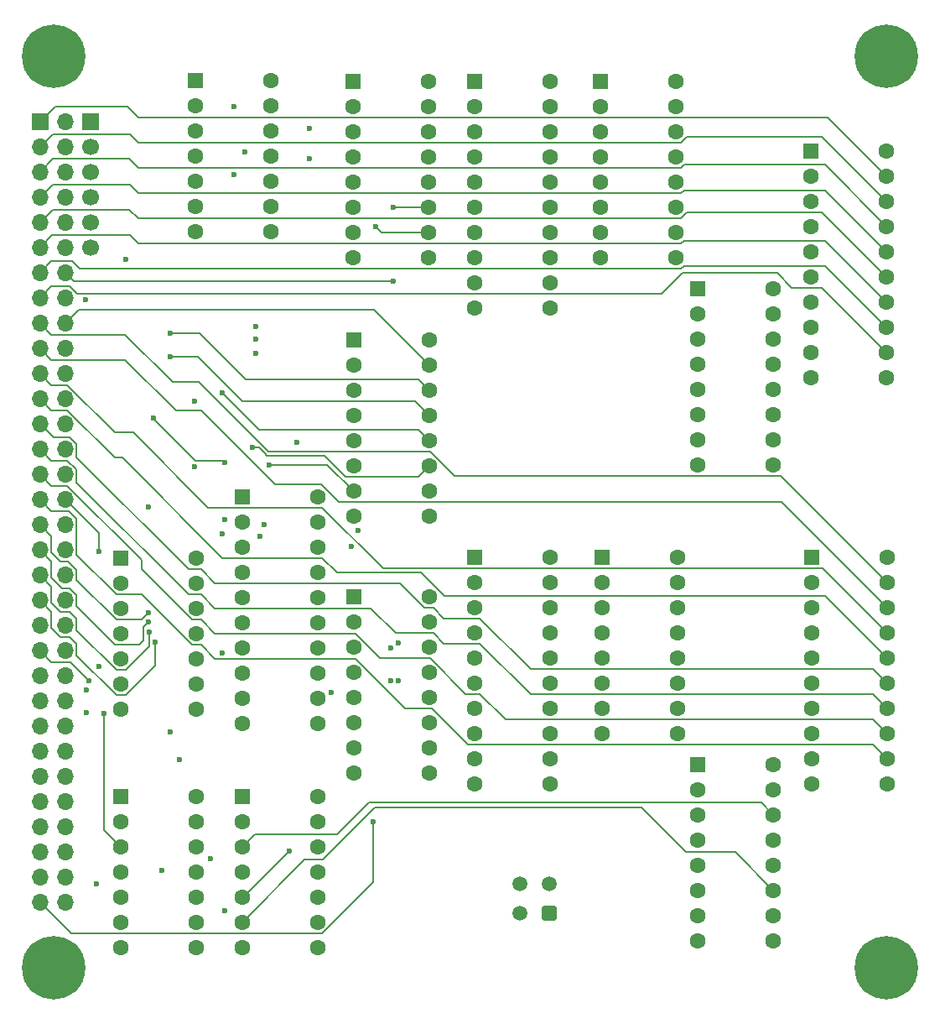
<source format=gbr>
%TF.GenerationSoftware,KiCad,Pcbnew,9.0.4*%
%TF.CreationDate,2025-09-21T21:53:55-04:00*%
%TF.ProjectId,tta8_cu_async,74746138-5f63-4755-9f61-73796e632e6b,0*%
%TF.SameCoordinates,Original*%
%TF.FileFunction,Copper,L3,Inr*%
%TF.FilePolarity,Positive*%
%FSLAX46Y46*%
G04 Gerber Fmt 4.6, Leading zero omitted, Abs format (unit mm)*
G04 Created by KiCad (PCBNEW 9.0.4) date 2025-09-21 21:53:55*
%MOMM*%
%LPD*%
G01*
G04 APERTURE LIST*
G04 Aperture macros list*
%AMRoundRect*
0 Rectangle with rounded corners*
0 $1 Rounding radius*
0 $2 $3 $4 $5 $6 $7 $8 $9 X,Y pos of 4 corners*
0 Add a 4 corners polygon primitive as box body*
4,1,4,$2,$3,$4,$5,$6,$7,$8,$9,$2,$3,0*
0 Add four circle primitives for the rounded corners*
1,1,$1+$1,$2,$3*
1,1,$1+$1,$4,$5*
1,1,$1+$1,$6,$7*
1,1,$1+$1,$8,$9*
0 Add four rect primitives between the rounded corners*
20,1,$1+$1,$2,$3,$4,$5,0*
20,1,$1+$1,$4,$5,$6,$7,0*
20,1,$1+$1,$6,$7,$8,$9,0*
20,1,$1+$1,$8,$9,$2,$3,0*%
G04 Aperture macros list end*
%TA.AperFunction,ComponentPad*%
%ADD10R,1.700000X1.700000*%
%TD*%
%TA.AperFunction,ComponentPad*%
%ADD11C,1.700000*%
%TD*%
%TA.AperFunction,ComponentPad*%
%ADD12RoundRect,0.250000X-0.550000X-0.550000X0.550000X-0.550000X0.550000X0.550000X-0.550000X0.550000X0*%
%TD*%
%TA.AperFunction,ComponentPad*%
%ADD13C,1.600000*%
%TD*%
%TA.AperFunction,ComponentPad*%
%ADD14C,6.400000*%
%TD*%
%TA.AperFunction,ComponentPad*%
%ADD15O,1.700000X1.700000*%
%TD*%
%TA.AperFunction,ComponentPad*%
%ADD16RoundRect,0.250001X0.499999X0.499999X-0.499999X0.499999X-0.499999X-0.499999X0.499999X-0.499999X0*%
%TD*%
%TA.AperFunction,ComponentPad*%
%ADD17C,1.500000*%
%TD*%
%TA.AperFunction,ViaPad*%
%ADD18C,0.600000*%
%TD*%
%TA.AperFunction,Conductor*%
%ADD19C,0.200000*%
%TD*%
G04 APERTURE END LIST*
D10*
%TO.N,srce0*%
%TO.C,J2*%
X62650000Y-57645000D03*
D11*
%TO.N,srce1*%
X62650000Y-60185000D03*
%TO.N,srce2*%
X62650000Y-62725000D03*
%TO.N,dste0*%
X62650000Y-65265000D03*
%TO.N,dste1*%
X62650000Y-67805000D03*
%TO.N,dste2*%
X62650000Y-70345000D03*
%TD*%
D12*
%TO.N,Net-(U4-Q6)*%
%TO.C,U5*%
X89250000Y-105600000D03*
D13*
%TO.N,Net-(U4-Q7)*%
X89250000Y-108140000D03*
%TO.N,GND*%
X89250000Y-110680000D03*
X89250000Y-113220000D03*
X89250000Y-115760000D03*
%TO.N,+5V*%
X89250000Y-118300000D03*
%TO.N,unconnected-(U5-Y7-Pad7)*%
X89250000Y-120840000D03*
%TO.N,GND*%
X89250000Y-123380000D03*
%TO.N,unconnected-(U5-Y6-Pad9)*%
X96870000Y-123380000D03*
%TO.N,unconnected-(U5-Y5-Pad10)*%
X96870000Y-120840000D03*
%TO.N,unconnected-(U5-Y4-Pad11)*%
X96870000Y-118300000D03*
%TO.N,MVI*%
X96870000Y-115760000D03*
%TO.N,mvz*%
X96870000Y-113220000D03*
%TO.N,mvc*%
X96870000Y-110680000D03*
%TO.N,mv*%
X96870000Y-108140000D03*
%TO.N,+5V*%
X96870000Y-105600000D03*
%TD*%
D14*
%TO.N,unconnected-(H3-Pad1)*%
%TO.C,H3*%
X59000000Y-143000000D03*
%TD*%
%TO.N,unconnected-(H2-Pad1)*%
%TO.C,H2*%
X143000000Y-51000000D03*
%TD*%
D12*
%TO.N,Net-(U13-OE)*%
%TO.C,U13*%
X135380000Y-60570000D03*
D13*
%TO.N,a0*%
X135380000Y-63110000D03*
%TO.N,a1*%
X135380000Y-65650000D03*
%TO.N,a2*%
X135380000Y-68190000D03*
%TO.N,a3*%
X135380000Y-70730000D03*
%TO.N,a4*%
X135380000Y-73270000D03*
%TO.N,a5*%
X135380000Y-75810000D03*
%TO.N,a6*%
X135380000Y-78350000D03*
%TO.N,a7*%
X135380000Y-80890000D03*
%TO.N,GND*%
X135380000Y-83430000D03*
%TO.N,+5V*%
X143000000Y-83430000D03*
%TO.N,A7*%
X143000000Y-80890000D03*
%TO.N,A6*%
X143000000Y-78350000D03*
%TO.N,A5*%
X143000000Y-75810000D03*
%TO.N,A4*%
X143000000Y-73270000D03*
%TO.N,A3*%
X143000000Y-70730000D03*
%TO.N,A2*%
X143000000Y-68190000D03*
%TO.N,A1*%
X143000000Y-65650000D03*
%TO.N,A0*%
X143000000Y-63110000D03*
%TO.N,+5V*%
X143000000Y-60570000D03*
%TD*%
D10*
%TO.N,A0*%
%TO.C,J1*%
X57570000Y-57645000D03*
D15*
%TO.N,src0*%
X60110000Y-57645000D03*
%TO.N,A1*%
X57570000Y-60185000D03*
%TO.N,SRC1*%
X60110000Y-60185000D03*
%TO.N,A2*%
X57570000Y-62725000D03*
%TO.N,SRC2*%
X60110000Y-62725000D03*
%TO.N,A3*%
X57570000Y-65265000D03*
%TO.N,SRC3*%
X60110000Y-65265000D03*
%TO.N,A4*%
X57570000Y-67805000D03*
%TO.N,SRC4*%
X60110000Y-67805000D03*
%TO.N,A5*%
X57570000Y-70345000D03*
%TO.N,SRC5*%
X60110000Y-70345000D03*
%TO.N,A6*%
X57570000Y-72885000D03*
%TO.N,SRC6*%
X60110000Y-72885000D03*
%TO.N,A7*%
X57570000Y-75425000D03*
%TO.N,SRC7*%
X60110000Y-75425000D03*
%TO.N,A8*%
X57570000Y-77965000D03*
%TO.N,dst0*%
X60110000Y-77965000D03*
%TO.N,A9*%
X57570000Y-80505000D03*
%TO.N,DST1*%
X60110000Y-80505000D03*
%TO.N,A10*%
X57570000Y-83045000D03*
%TO.N,DST2*%
X60110000Y-83045000D03*
%TO.N,A11*%
X57570000Y-85585000D03*
%TO.N,DST3*%
X60110000Y-85585000D03*
%TO.N,A12*%
X57570000Y-88125000D03*
%TO.N,DST4*%
X60110000Y-88125000D03*
%TO.N,A13*%
X57570000Y-90665000D03*
%TO.N,DST5*%
X60110000Y-90665000D03*
%TO.N,A14*%
X57570000Y-93205000D03*
%TO.N,DST6*%
X60110000Y-93205000D03*
%TO.N,A15*%
X57570000Y-95745000D03*
%TO.N,DST7*%
X60110000Y-95745000D03*
%TO.N,D0*%
X57570000Y-98285000D03*
%TO.N,T0*%
X60110000Y-98285000D03*
%TO.N,D1*%
X57570000Y-100825000D03*
%TO.N,T1*%
X60110000Y-100825000D03*
%TO.N,D2*%
X57570000Y-103365000D03*
%TO.N,T2*%
X60110000Y-103365000D03*
%TO.N,D3*%
X57570000Y-105905000D03*
%TO.N,T3*%
X60110000Y-105905000D03*
%TO.N,D4*%
X57570000Y-108445000D03*
%TO.N,T4*%
X60110000Y-108445000D03*
%TO.N,D5*%
X57570000Y-110985000D03*
%TO.N,T5*%
X60110000Y-110985000D03*
%TO.N,D6*%
X57570000Y-113525000D03*
%TO.N,T6*%
X60110000Y-113525000D03*
%TO.N,D7*%
X57570000Y-116065000D03*
%TO.N,T7*%
X60110000Y-116065000D03*
%TO.N,LDI*%
X57570000Y-118605000D03*
%TO.N,T8*%
X60110000Y-118605000D03*
%TO.N,EXC*%
X57570000Y-121145000D03*
%TO.N,T9*%
X60110000Y-121145000D03*
%TO.N,CLK*%
X57570000Y-123685000D03*
%TO.N,T10*%
X60110000Y-123685000D03*
%TO.N,{slash}R*%
X57570000Y-126225000D03*
%TO.N,T11*%
X60110000Y-126225000D03*
%TO.N,CARRY*%
X57570000Y-128765000D03*
%TO.N,T12*%
X60110000Y-128765000D03*
%TO.N,ZERO*%
X57570000Y-131305000D03*
%TO.N,T13*%
X60110000Y-131305000D03*
%TO.N,MOV*%
X57570000Y-133845000D03*
%TO.N,T14*%
X60110000Y-133845000D03*
%TO.N,MVI*%
X57570000Y-136385000D03*
%TO.N,T15*%
X60110000Y-136385000D03*
%TD*%
D12*
%TO.N,T1*%
%TO.C,U8*%
X114195000Y-53610000D03*
D13*
%TO.N,a1*%
X114195000Y-56150000D03*
%TO.N,a0*%
X114195000Y-58690000D03*
%TO.N,+5V*%
X114195000Y-61230000D03*
%TO.N,EXC*%
X114195000Y-63770000D03*
%TO.N,a2*%
X114195000Y-66310000D03*
%TO.N,a3*%
X114195000Y-68850000D03*
%TO.N,GND*%
X114195000Y-71390000D03*
%TO.N,T3*%
X121815000Y-71390000D03*
%TO.N,T2*%
X121815000Y-68850000D03*
%TO.N,Net-(U10-~{LOAD})*%
X121815000Y-66310000D03*
%TO.N,Net-(U8-~{CO})*%
X121815000Y-63770000D03*
%TO.N,Net-(U8-~{BO})*%
X121815000Y-61230000D03*
%TO.N,R*%
X121815000Y-58690000D03*
%TO.N,T0*%
X121815000Y-56150000D03*
%TO.N,+5V*%
X121815000Y-53610000D03*
%TD*%
D12*
%TO.N,T5*%
%TO.C,U9*%
X123995000Y-74510000D03*
D13*
%TO.N,a5*%
X123995000Y-77050000D03*
%TO.N,a4*%
X123995000Y-79590000D03*
%TO.N,Net-(U8-~{BO})*%
X123995000Y-82130000D03*
%TO.N,Net-(U8-~{CO})*%
X123995000Y-84670000D03*
%TO.N,a6*%
X123995000Y-87210000D03*
%TO.N,a7*%
X123995000Y-89750000D03*
%TO.N,GND*%
X123995000Y-92290000D03*
%TO.N,T7*%
X131615000Y-92290000D03*
%TO.N,T6*%
X131615000Y-89750000D03*
%TO.N,Net-(U10-~{LOAD})*%
X131615000Y-87210000D03*
%TO.N,Net-(U10-UP)*%
X131615000Y-84670000D03*
%TO.N,Net-(U10-DOWN)*%
X131615000Y-82130000D03*
%TO.N,R*%
X131615000Y-79590000D03*
%TO.N,T4*%
X131615000Y-77050000D03*
%TO.N,+5V*%
X131615000Y-74510000D03*
%TD*%
D12*
%TO.N,GND*%
%TO.C,U4*%
X78000000Y-95470000D03*
D13*
%TO.N,D0*%
X78000000Y-98010000D03*
%TO.N,D1*%
X78000000Y-100550000D03*
%TO.N,D2*%
X78000000Y-103090000D03*
%TO.N,D3*%
X78000000Y-105630000D03*
%TO.N,D4*%
X78000000Y-108170000D03*
%TO.N,D5*%
X78000000Y-110710000D03*
%TO.N,D6*%
X78000000Y-113250000D03*
%TO.N,D7*%
X78000000Y-115790000D03*
%TO.N,GND*%
X78000000Y-118330000D03*
%TO.N,LDI*%
X85620000Y-118330000D03*
%TO.N,Net-(U4-Q7)*%
X85620000Y-115790000D03*
%TO.N,Net-(U4-Q6)*%
X85620000Y-113250000D03*
%TO.N,dste2*%
X85620000Y-110710000D03*
%TO.N,dste1*%
X85620000Y-108170000D03*
%TO.N,dste0*%
X85620000Y-105630000D03*
%TO.N,srce2*%
X85620000Y-103090000D03*
%TO.N,srce1*%
X85620000Y-100550000D03*
%TO.N,srce0*%
X85620000Y-98010000D03*
%TO.N,+5V*%
X85620000Y-95470000D03*
%TD*%
D14*
%TO.N,unconnected-(H1-Pad1)*%
%TO.C,H1*%
X59000000Y-51000000D03*
%TD*%
D12*
%TO.N,CARRY*%
%TO.C,U3*%
X65750000Y-125710000D03*
D13*
%TO.N,mvc*%
X65750000Y-128250000D03*
%TO.N,Net-(U2-Pad4)*%
X65750000Y-130790000D03*
%TO.N,ZERO*%
X65750000Y-133330000D03*
%TO.N,mvz*%
X65750000Y-135870000D03*
%TO.N,Net-(U2-Pad5)*%
X65750000Y-138410000D03*
%TO.N,GND*%
X65750000Y-140950000D03*
%TO.N,MOV*%
X73370000Y-140950000D03*
%TO.N,Net-(U2-Pad8)*%
X73370000Y-138410000D03*
%TO.N,EXC*%
X73370000Y-135870000D03*
%TO.N,unconnected-(U3-Pad11)*%
X73370000Y-133330000D03*
%TO.N,unconnected-(U3-Pad12)*%
X73370000Y-130790000D03*
%TO.N,unconnected-(U3-Pad13)*%
X73370000Y-128250000D03*
%TO.N,+5V*%
X73370000Y-125710000D03*
%TD*%
D12*
%TO.N,{slash}R*%
%TO.C,U1*%
X73295000Y-53480000D03*
D13*
%TO.N,LDI*%
X73295000Y-56020000D03*
%TO.N,CLK*%
X73295000Y-58560000D03*
%TO.N,+5V*%
X73295000Y-61100000D03*
%TO.N,EXC*%
X73295000Y-63640000D03*
%TO.N,LDI*%
X73295000Y-66180000D03*
%TO.N,GND*%
X73295000Y-68720000D03*
%TO.N,unconnected-(U1B-~{Q}-Pad8)*%
X80915000Y-68720000D03*
%TO.N,unconnected-(U1B-Q-Pad9)*%
X80915000Y-66180000D03*
%TO.N,unconnected-(U1B-~{S}-Pad10)*%
X80915000Y-63640000D03*
%TO.N,unconnected-(U1B-C-Pad11)*%
X80915000Y-61100000D03*
%TO.N,unconnected-(U1B-D-Pad12)*%
X80915000Y-58560000D03*
%TO.N,unconnected-(U1B-~{R}-Pad13)*%
X80915000Y-56020000D03*
%TO.N,+5V*%
X80915000Y-53480000D03*
%TD*%
D12*
%TO.N,srce0*%
%TO.C,U7*%
X89195000Y-53560000D03*
D13*
%TO.N,srce1*%
X89195000Y-56100000D03*
%TO.N,srce2*%
X89195000Y-58640000D03*
%TO.N,GND*%
X89195000Y-61180000D03*
X89195000Y-63720000D03*
%TO.N,+5V*%
X89195000Y-66260000D03*
%TO.N,SRC7*%
X89195000Y-68800000D03*
%TO.N,GND*%
X89195000Y-71340000D03*
%TO.N,SRC6*%
X96815000Y-71340000D03*
%TO.N,SRC5*%
X96815000Y-68800000D03*
%TO.N,SRC4*%
X96815000Y-66260000D03*
%TO.N,SRC3*%
X96815000Y-63720000D03*
%TO.N,SRC2*%
X96815000Y-61180000D03*
%TO.N,SRC1*%
X96815000Y-58640000D03*
%TO.N,src0*%
X96815000Y-56100000D03*
%TO.N,+5V*%
X96815000Y-53560000D03*
%TD*%
D12*
%TO.N,T9*%
%TO.C,U10*%
X114300000Y-101600000D03*
D13*
%TO.N,a9*%
X114300000Y-104140000D03*
%TO.N,a8*%
X114300000Y-106680000D03*
%TO.N,Net-(U10-DOWN)*%
X114300000Y-109220000D03*
%TO.N,Net-(U10-UP)*%
X114300000Y-111760000D03*
%TO.N,a10*%
X114300000Y-114300000D03*
%TO.N,a11*%
X114300000Y-116840000D03*
%TO.N,GND*%
X114300000Y-119380000D03*
%TO.N,T11*%
X121920000Y-119380000D03*
%TO.N,T10*%
X121920000Y-116840000D03*
%TO.N,Net-(U10-~{LOAD})*%
X121920000Y-114300000D03*
%TO.N,Net-(U10-~{CO})*%
X121920000Y-111760000D03*
%TO.N,Net-(U10-~{BO})*%
X121920000Y-109220000D03*
%TO.N,R*%
X121920000Y-106680000D03*
%TO.N,T8*%
X121920000Y-104140000D03*
%TO.N,+5V*%
X121920000Y-101600000D03*
%TD*%
D12*
%TO.N,T13*%
%TO.C,U11*%
X124000000Y-122460000D03*
D13*
%TO.N,a13*%
X124000000Y-125000000D03*
%TO.N,a12*%
X124000000Y-127540000D03*
%TO.N,Net-(U10-~{BO})*%
X124000000Y-130080000D03*
%TO.N,Net-(U10-~{CO})*%
X124000000Y-132620000D03*
%TO.N,a14*%
X124000000Y-135160000D03*
%TO.N,a15*%
X124000000Y-137700000D03*
%TO.N,GND*%
X124000000Y-140240000D03*
%TO.N,T15*%
X131620000Y-140240000D03*
%TO.N,T14*%
X131620000Y-137700000D03*
%TO.N,Net-(U10-~{LOAD})*%
X131620000Y-135160000D03*
%TO.N,unconnected-(U11-~{CO}-Pad12)*%
X131620000Y-132620000D03*
%TO.N,unconnected-(U11-~{BO}-Pad13)*%
X131620000Y-130080000D03*
%TO.N,R*%
X131620000Y-127540000D03*
%TO.N,T12*%
X131620000Y-125000000D03*
%TO.N,+5V*%
X131620000Y-122460000D03*
%TD*%
D12*
%TO.N,unconnected-(U2-Pad1)*%
%TO.C,U2*%
X65750000Y-101700000D03*
D13*
%TO.N,unconnected-(U2-Pad2)*%
X65750000Y-104240000D03*
%TO.N,unconnected-(U2-Pad3)*%
X65750000Y-106780000D03*
%TO.N,Net-(U2-Pad4)*%
X65750000Y-109320000D03*
%TO.N,Net-(U2-Pad5)*%
X65750000Y-111860000D03*
%TO.N,Net-(U2-Pad6)*%
X65750000Y-114400000D03*
%TO.N,GND*%
X65750000Y-116940000D03*
%TO.N,Net-(U2-Pad8)*%
X73370000Y-116940000D03*
%TO.N,Net-(U2-Pad6)*%
X73370000Y-114400000D03*
%TO.N,mv*%
X73370000Y-111860000D03*
%TO.N,unconnected-(U2-Pad11)*%
X73370000Y-109320000D03*
%TO.N,unconnected-(U2-Pad12)*%
X73370000Y-106780000D03*
%TO.N,unconnected-(U2-Pad13)*%
X73370000Y-104240000D03*
%TO.N,+5V*%
X73370000Y-101700000D03*
%TD*%
D12*
%TO.N,dste0*%
%TO.C,U6*%
X89250000Y-79660000D03*
D13*
%TO.N,dste1*%
X89250000Y-82200000D03*
%TO.N,dste2*%
X89250000Y-84740000D03*
%TO.N,GND*%
X89250000Y-87280000D03*
X89250000Y-89820000D03*
%TO.N,+5V*%
X89250000Y-92360000D03*
%TO.N,DST7*%
X89250000Y-94900000D03*
%TO.N,GND*%
X89250000Y-97440000D03*
%TO.N,DST6*%
X96870000Y-97440000D03*
%TO.N,DST5*%
X96870000Y-94900000D03*
%TO.N,DST4*%
X96870000Y-92360000D03*
%TO.N,DST3*%
X96870000Y-89820000D03*
%TO.N,DST2*%
X96870000Y-87280000D03*
%TO.N,DST1*%
X96870000Y-84740000D03*
%TO.N,dst0*%
X96870000Y-82200000D03*
%TO.N,+5V*%
X96870000Y-79660000D03*
%TD*%
D16*
%TO.N,+5V*%
%TO.C,J3*%
X109000000Y-137500000D03*
D17*
%TO.N,GND*%
X106000000Y-137500000D03*
%TO.N,+5V*%
X109000000Y-134500000D03*
%TO.N,GND*%
X106000000Y-134500000D03*
%TD*%
D14*
%TO.N,unconnected-(H4-Pad1)*%
%TO.C,H4*%
X143000000Y-143000000D03*
%TD*%
D12*
%TO.N,Net-(U15-OE)*%
%TO.C,U15*%
X101500000Y-53560000D03*
D13*
%TO.N,GND*%
X101500000Y-56100000D03*
X101500000Y-58640000D03*
X101500000Y-61180000D03*
X101500000Y-63720000D03*
X101500000Y-66260000D03*
X101500000Y-68800000D03*
X101500000Y-71340000D03*
X101500000Y-73880000D03*
X101500000Y-76420000D03*
%TO.N,+5V*%
X109120000Y-76420000D03*
%TO.N,T7*%
X109120000Y-73880000D03*
%TO.N,T6*%
X109120000Y-71340000D03*
%TO.N,T5*%
X109120000Y-68800000D03*
%TO.N,T4*%
X109120000Y-66260000D03*
%TO.N,T3*%
X109120000Y-63720000D03*
%TO.N,T2*%
X109120000Y-61180000D03*
%TO.N,T1*%
X109120000Y-58640000D03*
%TO.N,T0*%
X109120000Y-56100000D03*
%TO.N,+5V*%
X109120000Y-53560000D03*
%TD*%
D12*
%TO.N,Net-(U13-OE)*%
%TO.C,U14*%
X135500000Y-101620000D03*
D13*
%TO.N,a8*%
X135500000Y-104160000D03*
%TO.N,a9*%
X135500000Y-106700000D03*
%TO.N,a10*%
X135500000Y-109240000D03*
%TO.N,a11*%
X135500000Y-111780000D03*
%TO.N,a12*%
X135500000Y-114320000D03*
%TO.N,a13*%
X135500000Y-116860000D03*
%TO.N,a14*%
X135500000Y-119400000D03*
%TO.N,a15*%
X135500000Y-121940000D03*
%TO.N,GND*%
X135500000Y-124480000D03*
%TO.N,+5V*%
X143120000Y-124480000D03*
%TO.N,A15*%
X143120000Y-121940000D03*
%TO.N,A14*%
X143120000Y-119400000D03*
%TO.N,A13*%
X143120000Y-116860000D03*
%TO.N,A12*%
X143120000Y-114320000D03*
%TO.N,A11*%
X143120000Y-111780000D03*
%TO.N,A10*%
X143120000Y-109240000D03*
%TO.N,A9*%
X143120000Y-106700000D03*
%TO.N,A8*%
X143120000Y-104160000D03*
%TO.N,+5V*%
X143120000Y-101620000D03*
%TD*%
D12*
%TO.N,{slash}R*%
%TO.C,U12*%
X78000000Y-125710000D03*
D13*
X78000000Y-128250000D03*
%TO.N,R*%
X78000000Y-130790000D03*
%TO.N,MOV*%
X78000000Y-133330000D03*
%TO.N,dst0*%
X78000000Y-135870000D03*
%TO.N,Net-(U10-~{LOAD})*%
X78000000Y-138410000D03*
%TO.N,GND*%
X78000000Y-140950000D03*
%TO.N,Net-(U13-OE)*%
X85620000Y-140950000D03*
%TO.N,LDI*%
X85620000Y-138410000D03*
X85620000Y-135870000D03*
%TO.N,Net-(U15-OE)*%
X85620000Y-133330000D03*
%TO.N,MOV*%
X85620000Y-130790000D03*
%TO.N,src0*%
X85620000Y-128250000D03*
%TO.N,+5V*%
X85620000Y-125710000D03*
%TD*%
D12*
%TO.N,Net-(U15-OE)*%
%TO.C,U16*%
X101500000Y-101560000D03*
D13*
%TO.N,GND*%
X101500000Y-104100000D03*
X101500000Y-106640000D03*
X101500000Y-109180000D03*
X101500000Y-111720000D03*
X101500000Y-114260000D03*
X101500000Y-116800000D03*
X101500000Y-119340000D03*
X101500000Y-121880000D03*
X101500000Y-124420000D03*
%TO.N,+5V*%
X109120000Y-124420000D03*
%TO.N,T15*%
X109120000Y-121880000D03*
%TO.N,T14*%
X109120000Y-119340000D03*
%TO.N,T13*%
X109120000Y-116800000D03*
%TO.N,T12*%
X109120000Y-114260000D03*
%TO.N,T11*%
X109120000Y-111720000D03*
%TO.N,T10*%
X109120000Y-109180000D03*
%TO.N,T9*%
X109120000Y-106640000D03*
%TO.N,T8*%
X109120000Y-104100000D03*
%TO.N,+5V*%
X109120000Y-101560000D03*
%TD*%
D18*
%TO.N,+5V*%
X78300000Y-60700000D03*
%TO.N,LDI*%
X70700000Y-119205000D03*
%TO.N,EXC*%
X69900000Y-133200000D03*
X77200000Y-56100000D03*
X77200000Y-63000000D03*
X63250000Y-134500000D03*
%TO.N,SRC5*%
X91500000Y-68250000D03*
%TO.N,D6*%
X62250000Y-115000000D03*
%TO.N,D1*%
X68500000Y-108100000D03*
%TO.N,DST6*%
X76000000Y-99250000D03*
X89000000Y-100500000D03*
X79750000Y-99500000D03*
%TO.N,src0*%
X93000000Y-110750000D03*
X93000000Y-114059000D03*
%TO.N,DST1*%
X70750000Y-79000000D03*
%TO.N,DST2*%
X70700000Y-81341000D03*
%TO.N,D7*%
X62250000Y-117250000D03*
%TO.N,D2*%
X68600000Y-109100000D03*
%TO.N,MVI*%
X91250000Y-128250000D03*
%TO.N,{slash}R*%
X73200000Y-92439000D03*
X71669000Y-122000000D03*
X73200000Y-85800000D03*
%TO.N,DST4*%
X79000000Y-90500000D03*
X69000000Y-87500000D03*
X76250000Y-92000000D03*
%TO.N,D4*%
X63555645Y-112555645D03*
%TO.N,DST3*%
X76000000Y-85000000D03*
%TO.N,dst0*%
X93797538Y-113996260D03*
X93750000Y-110250000D03*
X82750000Y-131250000D03*
%TO.N,D5*%
X62500000Y-114000000D03*
%TO.N,D3*%
X69214579Y-110159000D03*
%TO.N,D0*%
X68500000Y-107200000D03*
%TO.N,CLK*%
X62200000Y-75600000D03*
X66250000Y-71550000D03*
%TO.N,SRC6*%
X93250000Y-73750000D03*
%TO.N,DST7*%
X68500000Y-96500000D03*
X80750000Y-92250000D03*
X63500000Y-101000000D03*
%TO.N,DST5*%
X89689300Y-98889300D03*
X80250000Y-98250000D03*
X76250000Y-97750000D03*
%TO.N,SRC4*%
X93250000Y-66250000D03*
%TO.N,srce2*%
X84800000Y-61400000D03*
%TO.N,dste0*%
X79400000Y-78300000D03*
%TO.N,dste2*%
X83500000Y-90000000D03*
X79400000Y-81000000D03*
%TO.N,dste1*%
X79400000Y-79600000D03*
%TO.N,srce1*%
X84800000Y-58300000D03*
%TO.N,mv*%
X87004265Y-115259000D03*
X76000000Y-111211000D03*
%TO.N,Net-(U2-Pad4)*%
X64048265Y-117298265D03*
%TO.N,mvz*%
X76250000Y-137250000D03*
%TO.N,mvc*%
X74750000Y-132000000D03*
%TD*%
D19*
%TO.N,A13*%
X61261000Y-92728240D02*
X60348760Y-91816000D01*
X97326050Y-109241000D02*
X93491000Y-109241000D01*
X90981000Y-106731000D02*
X75216050Y-106731000D01*
X75216050Y-106731000D02*
X73826050Y-105341000D01*
X72591000Y-105341000D02*
X61261000Y-94011000D01*
X73826050Y-105341000D02*
X72591000Y-105341000D01*
X98366050Y-110281000D02*
X97326050Y-109241000D01*
X60348760Y-91816000D02*
X58721000Y-91816000D01*
X107096050Y-115421000D02*
X101956050Y-110281000D01*
X141681000Y-115421000D02*
X107096050Y-115421000D01*
X93491000Y-109241000D02*
X90981000Y-106731000D01*
X143120000Y-116860000D02*
X141681000Y-115421000D01*
X101956050Y-110281000D02*
X98366050Y-110281000D01*
X58721000Y-91816000D02*
X57570000Y-90665000D01*
X61261000Y-94011000D02*
X61261000Y-92728240D01*
%TO.N,SRC5*%
X92050000Y-68800000D02*
X91500000Y-68250000D01*
X96815000Y-68800000D02*
X92050000Y-68800000D01*
%TO.N,A14*%
X89398050Y-109271000D02*
X75216050Y-109271000D01*
X75216050Y-109271000D02*
X73826050Y-107881000D01*
X100568050Y-115361000D02*
X96988050Y-111781000D01*
X104556050Y-117961000D02*
X101956050Y-115361000D01*
X58721000Y-94356000D02*
X57570000Y-93205000D01*
X101956050Y-115361000D02*
X100568050Y-115361000D01*
X67833950Y-101841190D02*
X60348760Y-94356000D01*
X96988050Y-111781000D02*
X91908050Y-111781000D01*
X91908050Y-111781000D02*
X89398050Y-109271000D01*
X60348760Y-94356000D02*
X58721000Y-94356000D01*
X141681000Y-117961000D02*
X104556050Y-117961000D01*
X143120000Y-119400000D02*
X141681000Y-117961000D01*
X73826050Y-107881000D02*
X72913950Y-107881000D01*
X72913950Y-107881000D02*
X67833950Y-102801000D01*
X67833950Y-102801000D02*
X67833950Y-101841190D01*
%TO.N,D1*%
X67579000Y-110421000D02*
X65171000Y-110421000D01*
X68500000Y-108100000D02*
X68000000Y-108600000D01*
X61261000Y-105428240D02*
X60582760Y-104750000D01*
X68000000Y-110000000D02*
X67579000Y-110421000D01*
X58721000Y-101976000D02*
X57570000Y-100825000D01*
X59838240Y-104750000D02*
X58721000Y-103632760D01*
X58721000Y-103632760D02*
X58721000Y-101976000D01*
X68000000Y-108600000D02*
X68000000Y-110000000D01*
X61261000Y-106511000D02*
X61261000Y-105428240D01*
X60582760Y-104750000D02*
X59838240Y-104750000D01*
X65171000Y-110421000D02*
X61261000Y-106511000D01*
%TO.N,A15*%
X61261000Y-97657000D02*
X60500000Y-96896000D01*
X143120000Y-121940000D02*
X141681000Y-120501000D01*
X75216050Y-111811000D02*
X73826050Y-110421000D01*
X61261000Y-101308050D02*
X61261000Y-97657000D01*
X60500000Y-96896000D02*
X58721000Y-96896000D01*
X94448050Y-116861000D02*
X89398050Y-111811000D01*
X97111000Y-116861000D02*
X94448050Y-116861000D01*
X73826050Y-110421000D02*
X72913950Y-110421000D01*
X141681000Y-120501000D02*
X100751000Y-120501000D01*
X100751000Y-120501000D02*
X97111000Y-116861000D01*
X67833950Y-105341000D02*
X65293950Y-105341000D01*
X58721000Y-96896000D02*
X57570000Y-95745000D01*
X65293950Y-105341000D02*
X61261000Y-101308050D01*
X72913950Y-110421000D02*
X67833950Y-105341000D01*
X89398050Y-111811000D02*
X75216050Y-111811000D01*
%TO.N,A4*%
X136496050Y-66766050D02*
X122916000Y-66766050D01*
X143000000Y-73270000D02*
X136496050Y-66766050D01*
X67500000Y-67411000D02*
X66589000Y-66500000D01*
X122916000Y-66766050D02*
X122271050Y-67411000D01*
X66589000Y-66500000D02*
X58875000Y-66500000D01*
X122271050Y-67411000D02*
X67500000Y-67411000D01*
X58875000Y-66500000D02*
X57570000Y-67805000D01*
%TO.N,DST1*%
X95769000Y-83639000D02*
X78326050Y-83639000D01*
X73687050Y-79000000D02*
X70750000Y-79000000D01*
X96870000Y-84740000D02*
X95769000Y-83639000D01*
X78326050Y-83639000D02*
X73687050Y-79000000D01*
%TO.N,A0*%
X59115000Y-56100000D02*
X57570000Y-57645000D01*
X66400000Y-56100000D02*
X59115000Y-56100000D01*
X67551000Y-57251000D02*
X66400000Y-56100000D01*
X143000000Y-63110000D02*
X137141000Y-57251000D01*
X137141000Y-57251000D02*
X67551000Y-57251000D01*
%TO.N,A6*%
X60824760Y-71734000D02*
X58721000Y-71734000D01*
X136819000Y-72169000D02*
X122593050Y-72169000D01*
X143000000Y-78350000D02*
X136819000Y-72169000D01*
X122593050Y-72169000D02*
X122271050Y-72491000D01*
X61581760Y-72491000D02*
X60824760Y-71734000D01*
X58721000Y-71734000D02*
X57570000Y-72885000D01*
X122271050Y-72491000D02*
X61581760Y-72491000D01*
%TO.N,DST2*%
X95431000Y-85841000D02*
X96870000Y-87280000D01*
X77988050Y-85841000D02*
X95431000Y-85841000D01*
X70700000Y-81341000D02*
X73488050Y-81341000D01*
X73488050Y-81341000D02*
X77988050Y-85841000D01*
%TO.N,A3*%
X58835000Y-64000000D02*
X57570000Y-65265000D01*
X66629000Y-64000000D02*
X58835000Y-64000000D01*
X67500000Y-64871000D02*
X66629000Y-64000000D01*
X122593050Y-64549000D02*
X122271050Y-64871000D01*
X136819000Y-64549000D02*
X122593050Y-64549000D01*
X122271050Y-64871000D02*
X67500000Y-64871000D01*
X143000000Y-70730000D02*
X136819000Y-64549000D01*
%TO.N,D2*%
X68600000Y-109100000D02*
X68600000Y-110567050D01*
X61261000Y-107730240D02*
X60586760Y-107056000D01*
X59633240Y-107056000D02*
X58721000Y-106143760D01*
X58721000Y-104516000D02*
X57570000Y-103365000D01*
X65293950Y-112961000D02*
X61261000Y-108928050D01*
X68600000Y-110567050D02*
X66206050Y-112961000D01*
X66206050Y-112961000D02*
X65293950Y-112961000D01*
X61261000Y-108928050D02*
X61261000Y-107730240D01*
X60586760Y-107056000D02*
X59633240Y-107056000D01*
X58721000Y-106143760D02*
X58721000Y-104516000D01*
%TO.N,A7*%
X122437150Y-72892000D02*
X120348150Y-74981000D01*
X61293760Y-74981000D02*
X60586760Y-74274000D01*
X58721000Y-74274000D02*
X57570000Y-75425000D01*
X143000000Y-80890000D02*
X136481000Y-74371000D01*
X120348150Y-74981000D02*
X61293760Y-74981000D01*
X131992000Y-72892000D02*
X122437150Y-72892000D01*
X60586760Y-74274000D02*
X58721000Y-74274000D01*
X133471000Y-74371000D02*
X131992000Y-72892000D01*
X136481000Y-74371000D02*
X133471000Y-74371000D01*
%TO.N,MVI*%
X60696000Y-139511000D02*
X86076050Y-139511000D01*
X57570000Y-136385000D02*
X60696000Y-139511000D01*
X91250000Y-134337050D02*
X91250000Y-128250000D01*
X86076050Y-139511000D02*
X91250000Y-134337050D01*
%TO.N,A9*%
X87708050Y-96001000D02*
X85957050Y-94250000D01*
X81317050Y-94250000D02*
X73826050Y-86759000D01*
X85957050Y-94250000D02*
X81317050Y-94250000D01*
X58721000Y-81656000D02*
X57570000Y-80505000D01*
X71286050Y-86759000D02*
X66183050Y-81656000D01*
X143120000Y-106700000D02*
X132421000Y-96001000D01*
X132421000Y-96001000D02*
X87708050Y-96001000D01*
X73826050Y-86759000D02*
X71286050Y-86759000D01*
X66183050Y-81656000D02*
X58721000Y-81656000D01*
%TO.N,DST4*%
X88461000Y-93461000D02*
X86322000Y-91322000D01*
X76089000Y-91839000D02*
X73251950Y-91839000D01*
X73251950Y-91839000D02*
X69000000Y-87587050D01*
X69000000Y-87587050D02*
X69000000Y-87500000D01*
X79682900Y-90500000D02*
X79000000Y-90500000D01*
X96870000Y-92360000D02*
X95769000Y-93461000D01*
X80270000Y-91087100D02*
X79682900Y-90500000D01*
X95769000Y-93461000D02*
X88461000Y-93461000D01*
X80504900Y-91322000D02*
X80270000Y-91087100D01*
X86322000Y-91322000D02*
X80837100Y-91322000D01*
X80837100Y-91322000D02*
X80504900Y-91322000D01*
X76250000Y-92000000D02*
X76089000Y-91839000D01*
%TO.N,A12*%
X75216050Y-104191000D02*
X73826050Y-102801000D01*
X107096050Y-112881000D02*
X101956050Y-107741000D01*
X96413950Y-106701000D02*
X93903950Y-104191000D01*
X93903950Y-104191000D02*
X75216050Y-104191000D01*
X101956050Y-107741000D02*
X98366050Y-107741000D01*
X97326050Y-106701000D02*
X96413950Y-106701000D01*
X143120000Y-114320000D02*
X141681000Y-112881000D01*
X58945000Y-89500000D02*
X57570000Y-88125000D01*
X73826050Y-102801000D02*
X72551000Y-102801000D01*
X141681000Y-112881000D02*
X107096050Y-112881000D01*
X98366050Y-107741000D02*
X97326050Y-106701000D01*
X61261000Y-91511000D02*
X61261000Y-90188240D01*
X60572760Y-89500000D02*
X58945000Y-89500000D01*
X61261000Y-90188240D02*
X60572760Y-89500000D01*
X72551000Y-102801000D02*
X61261000Y-91511000D01*
%TO.N,DST3*%
X79719000Y-88719000D02*
X76000000Y-85000000D01*
X96870000Y-89820000D02*
X95769000Y-88719000D01*
X95769000Y-88719000D02*
X79719000Y-88719000D01*
%TO.N,A1*%
X67545500Y-59791000D02*
X66654500Y-58900000D01*
X66654500Y-58900000D02*
X58855000Y-58900000D01*
X58855000Y-58900000D02*
X57570000Y-60185000D01*
X122271050Y-59791000D02*
X67545500Y-59791000D01*
X122916000Y-59146050D02*
X122271050Y-59791000D01*
X143000000Y-65650000D02*
X136496050Y-59146050D01*
X136496050Y-59146050D02*
X122916000Y-59146050D01*
%TO.N,A2*%
X136810000Y-62000000D02*
X122602050Y-62000000D01*
X58895000Y-61400000D02*
X57570000Y-62725000D01*
X122271050Y-62331000D02*
X67500000Y-62331000D01*
X122602050Y-62000000D02*
X122271050Y-62331000D01*
X67500000Y-62331000D02*
X66569000Y-61400000D01*
X143000000Y-68190000D02*
X136810000Y-62000000D01*
X66569000Y-61400000D02*
X58895000Y-61400000D01*
%TO.N,A8*%
X143120000Y-104160000D02*
X132361000Y-93401000D01*
X80671000Y-90921000D02*
X73631000Y-83881000D01*
X70948050Y-83881000D02*
X66183050Y-79116000D01*
X96988050Y-90921000D02*
X80671000Y-90921000D01*
X132361000Y-93401000D02*
X99468050Y-93401000D01*
X66183050Y-79116000D02*
X58721000Y-79116000D01*
X99468050Y-93401000D02*
X96988050Y-90921000D01*
X58721000Y-79116000D02*
X57570000Y-77965000D01*
X73631000Y-83881000D02*
X70948050Y-83881000D01*
%TO.N,dst0*%
X96870000Y-82200000D02*
X91269000Y-76599000D01*
X61476000Y-76599000D02*
X60110000Y-77965000D01*
X78130000Y-135870000D02*
X78000000Y-135870000D01*
X91269000Y-76599000D02*
X61476000Y-76599000D01*
X82750000Y-131250000D02*
X78130000Y-135870000D01*
%TO.N,A10*%
X60348760Y-84196000D02*
X58721000Y-84196000D01*
X65113760Y-88961000D02*
X60348760Y-84196000D01*
X58721000Y-84196000D02*
X57570000Y-83045000D01*
X86076050Y-96571000D02*
X74571000Y-96571000D01*
X66961000Y-88961000D02*
X65113760Y-88961000D01*
X143120000Y-109240000D02*
X136601000Y-102721000D01*
X92226050Y-102721000D02*
X86076050Y-96571000D01*
X136601000Y-102721000D02*
X92226050Y-102721000D01*
X74571000Y-96571000D02*
X66961000Y-88961000D01*
%TO.N,D5*%
X58721000Y-112136000D02*
X57570000Y-110985000D01*
X62500000Y-114000000D02*
X60636000Y-112136000D01*
X60636000Y-112136000D02*
X58721000Y-112136000D01*
%TO.N,D3*%
X59633240Y-109596000D02*
X58721000Y-108683760D01*
X60586760Y-109596000D02*
X59633240Y-109596000D01*
X66206050Y-115501000D02*
X65293950Y-115501000D01*
X61261000Y-110270240D02*
X60586760Y-109596000D01*
X58721000Y-108683760D02*
X58721000Y-107056000D01*
X69214579Y-112492471D02*
X66206050Y-115501000D01*
X65293950Y-115501000D02*
X61261000Y-111468050D01*
X61261000Y-111468050D02*
X61261000Y-110270240D01*
X58721000Y-107056000D02*
X57570000Y-105905000D01*
X69214579Y-110159000D02*
X69214579Y-112492471D01*
%TO.N,D0*%
X67819000Y-107881000D02*
X65293950Y-107881000D01*
X58721000Y-99436000D02*
X57570000Y-98285000D01*
X58721000Y-101063760D02*
X58721000Y-99436000D01*
X68500000Y-107200000D02*
X67819000Y-107881000D01*
X60372760Y-101976000D02*
X59633240Y-101976000D01*
X59633240Y-101976000D02*
X58721000Y-101063760D01*
X61261000Y-103848050D02*
X61261000Y-102864240D01*
X61261000Y-102864240D02*
X60372760Y-101976000D01*
X65293950Y-107881000D02*
X61261000Y-103848050D01*
%TO.N,A5*%
X122593050Y-69629000D02*
X122271050Y-69951000D01*
X58815000Y-69100000D02*
X57570000Y-70345000D01*
X67500000Y-69951000D02*
X66649000Y-69100000D01*
X66649000Y-69100000D02*
X58815000Y-69100000D01*
X136819000Y-69629000D02*
X122593050Y-69629000D01*
X122271050Y-69951000D02*
X67500000Y-69951000D01*
X143000000Y-75810000D02*
X136819000Y-69629000D01*
%TO.N,SRC6*%
X60975000Y-73750000D02*
X60110000Y-72885000D01*
X93250000Y-73750000D02*
X60975000Y-73750000D01*
%TO.N,DST7*%
X89250000Y-94900000D02*
X86600000Y-92250000D01*
X86600000Y-92250000D02*
X80750000Y-92250000D01*
X63500000Y-101000000D02*
X63500000Y-99135000D01*
X63500000Y-99135000D02*
X60110000Y-95745000D01*
%TO.N,A11*%
X65113760Y-91501000D02*
X60348760Y-86736000D01*
X76018050Y-101651000D02*
X65868050Y-91501000D01*
X98378000Y-105500000D02*
X96000000Y-103122000D01*
X65868050Y-91501000D02*
X65113760Y-91501000D01*
X96000000Y-103122000D02*
X87547050Y-103122000D01*
X58721000Y-86736000D02*
X57570000Y-85585000D01*
X87547050Y-103122000D02*
X86076050Y-101651000D01*
X86076050Y-101651000D02*
X76018050Y-101651000D01*
X60348760Y-86736000D02*
X58721000Y-86736000D01*
X143120000Y-111780000D02*
X136840000Y-105500000D01*
X136840000Y-105500000D02*
X98378000Y-105500000D01*
%TO.N,SRC4*%
X96815000Y-66260000D02*
X93260000Y-66260000D01*
X93260000Y-66260000D02*
X93250000Y-66250000D01*
%TO.N,R*%
X79290000Y-129500000D02*
X87600000Y-129500000D01*
X130380000Y-126300000D02*
X131620000Y-127540000D01*
X78000000Y-130790000D02*
X79290000Y-129500000D01*
X87600000Y-129500000D02*
X90800000Y-126300000D01*
X90800000Y-126300000D02*
X130380000Y-126300000D01*
%TO.N,Net-(U2-Pad4)*%
X64048265Y-129088265D02*
X64048265Y-117298265D01*
X65750000Y-130790000D02*
X64048265Y-129088265D01*
%TO.N,Net-(U10-~{LOAD})*%
X86100000Y-132100000D02*
X91400000Y-126800000D01*
X127760000Y-131300000D02*
X131620000Y-135160000D01*
X91400000Y-126800000D02*
X118300000Y-126800000D01*
X78000000Y-138410000D02*
X84310000Y-132100000D01*
X84310000Y-132100000D02*
X86100000Y-132100000D01*
X122800000Y-131300000D02*
X127760000Y-131300000D01*
X118300000Y-126800000D02*
X122800000Y-131300000D01*
%TD*%
M02*

</source>
